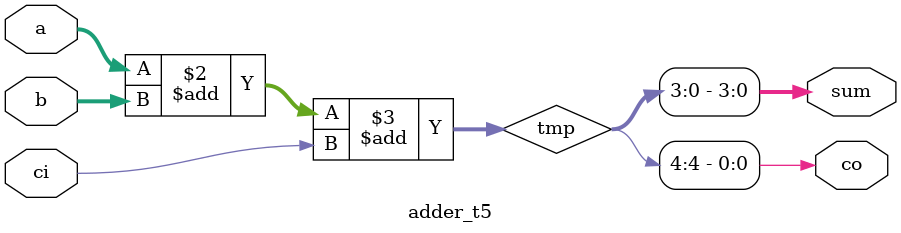
<source format=v>
module adder_t5 (co, sum, a, b, ci);
  output co;
  output [3:0] sum;
  input [3:0] a, b;
  input ci;
  reg [4:0] tmp;
  
  always @(a or b or ci) begin
    tmp = a + b + ci;
  end
  assign #12 {co, sum} = tmp;
endmodule
</source>
